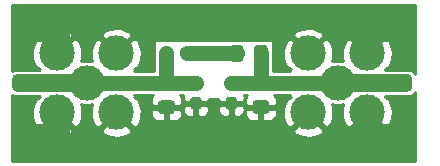
<source format=gbr>
%TF.GenerationSoftware,KiCad,Pcbnew,5.1.9*%
%TF.CreationDate,2021-04-06T14:52:37+03:00*%
%TF.ProjectId,ufilter-pcb,7566696c-7465-4722-9d70-63622e6b6963,r0*%
%TF.SameCoordinates,Original*%
%TF.FileFunction,Copper,L1,Top*%
%TF.FilePolarity,Positive*%
%FSLAX46Y46*%
G04 Gerber Fmt 4.6, Leading zero omitted, Abs format (unit mm)*
G04 Created by KiCad (PCBNEW 5.1.9) date 2021-04-06 14:52:37*
%MOMM*%
%LPD*%
G01*
G04 APERTURE LIST*
%TA.AperFunction,ComponentPad*%
%ADD10C,3.000000*%
%TD*%
%TA.AperFunction,ViaPad*%
%ADD11C,0.600000*%
%TD*%
%TA.AperFunction,Conductor*%
%ADD12C,1.270000*%
%TD*%
%TA.AperFunction,Conductor*%
%ADD13C,0.254000*%
%TD*%
%TA.AperFunction,Conductor*%
%ADD14C,0.100000*%
%TD*%
G04 APERTURE END LIST*
%TO.P,C1,1*%
%TO.N,Net-(C1-Pad1)*%
%TA.AperFunction,SMDPad,CuDef*%
G36*
G01*
X75762500Y-26462500D02*
X76237500Y-26462500D01*
G75*
G02*
X76475000Y-26700000I0J-237500D01*
G01*
X76475000Y-27300000D01*
G75*
G02*
X76237500Y-27537500I-237500J0D01*
G01*
X75762500Y-27537500D01*
G75*
G02*
X75525000Y-27300000I0J237500D01*
G01*
X75525000Y-26700000D01*
G75*
G02*
X75762500Y-26462500I237500J0D01*
G01*
G37*
%TD.AperFunction*%
%TO.P,C1,2*%
%TO.N,GND*%
%TA.AperFunction,SMDPad,CuDef*%
G36*
G01*
X75762500Y-28187500D02*
X76237500Y-28187500D01*
G75*
G02*
X76475000Y-28425000I0J-237500D01*
G01*
X76475000Y-29025000D01*
G75*
G02*
X76237500Y-29262500I-237500J0D01*
G01*
X75762500Y-29262500D01*
G75*
G02*
X75525000Y-29025000I0J237500D01*
G01*
X75525000Y-28425000D01*
G75*
G02*
X75762500Y-28187500I237500J0D01*
G01*
G37*
%TD.AperFunction*%
%TD*%
%TO.P,C2,2*%
%TO.N,Net-(C1-Pad1)*%
%TA.AperFunction,SMDPad,CuDef*%
G36*
G01*
X74037500Y-24262500D02*
X74037500Y-24737500D01*
G75*
G02*
X73800000Y-24975000I-237500J0D01*
G01*
X73200000Y-24975000D01*
G75*
G02*
X72962500Y-24737500I0J237500D01*
G01*
X72962500Y-24262500D01*
G75*
G02*
X73200000Y-24025000I237500J0D01*
G01*
X73800000Y-24025000D01*
G75*
G02*
X74037500Y-24262500I0J-237500D01*
G01*
G37*
%TD.AperFunction*%
%TO.P,C2,1*%
%TO.N,Net-(C2-Pad1)*%
%TA.AperFunction,SMDPad,CuDef*%
G36*
G01*
X75762500Y-24262500D02*
X75762500Y-24737500D01*
G75*
G02*
X75525000Y-24975000I-237500J0D01*
G01*
X74925000Y-24975000D01*
G75*
G02*
X74687500Y-24737500I0J237500D01*
G01*
X74687500Y-24262500D01*
G75*
G02*
X74925000Y-24025000I237500J0D01*
G01*
X75525000Y-24025000D01*
G75*
G02*
X75762500Y-24262500I0J-237500D01*
G01*
G37*
%TD.AperFunction*%
%TD*%
%TO.P,C3,2*%
%TO.N,GND*%
%TA.AperFunction,SMDPad,CuDef*%
G36*
G01*
X78762500Y-28187500D02*
X79237500Y-28187500D01*
G75*
G02*
X79475000Y-28425000I0J-237500D01*
G01*
X79475000Y-29025000D01*
G75*
G02*
X79237500Y-29262500I-237500J0D01*
G01*
X78762500Y-29262500D01*
G75*
G02*
X78525000Y-29025000I0J237500D01*
G01*
X78525000Y-28425000D01*
G75*
G02*
X78762500Y-28187500I237500J0D01*
G01*
G37*
%TD.AperFunction*%
%TO.P,C3,1*%
%TO.N,Net-(C3-Pad1)*%
%TA.AperFunction,SMDPad,CuDef*%
G36*
G01*
X78762500Y-26462500D02*
X79237500Y-26462500D01*
G75*
G02*
X79475000Y-26700000I0J-237500D01*
G01*
X79475000Y-27300000D01*
G75*
G02*
X79237500Y-27537500I-237500J0D01*
G01*
X78762500Y-27537500D01*
G75*
G02*
X78525000Y-27300000I0J237500D01*
G01*
X78525000Y-26700000D01*
G75*
G02*
X78762500Y-26462500I237500J0D01*
G01*
G37*
%TD.AperFunction*%
%TD*%
%TO.P,L1,1*%
%TO.N,GND*%
%TA.AperFunction,SMDPad,CuDef*%
G36*
G01*
X73950001Y-29625000D02*
X73049999Y-29625000D01*
G75*
G02*
X72800000Y-29375001I0J249999D01*
G01*
X72800000Y-28724999D01*
G75*
G02*
X73049999Y-28475000I249999J0D01*
G01*
X73950001Y-28475000D01*
G75*
G02*
X74200000Y-28724999I0J-249999D01*
G01*
X74200000Y-29375001D01*
G75*
G02*
X73950001Y-29625000I-249999J0D01*
G01*
G37*
%TD.AperFunction*%
%TO.P,L1,2*%
%TO.N,Net-(C1-Pad1)*%
%TA.AperFunction,SMDPad,CuDef*%
G36*
G01*
X73950001Y-27575000D02*
X73049999Y-27575000D01*
G75*
G02*
X72800000Y-27325001I0J249999D01*
G01*
X72800000Y-26674999D01*
G75*
G02*
X73049999Y-26425000I249999J0D01*
G01*
X73950001Y-26425000D01*
G75*
G02*
X74200000Y-26674999I0J-249999D01*
G01*
X74200000Y-27325001D01*
G75*
G02*
X73950001Y-27575000I-249999J0D01*
G01*
G37*
%TD.AperFunction*%
%TD*%
%TO.P,L2,2*%
%TO.N,Net-(C2-Pad1)*%
%TA.AperFunction,SMDPad,CuDef*%
G36*
G01*
X80025000Y-24049999D02*
X80025000Y-24950001D01*
G75*
G02*
X79775001Y-25200000I-249999J0D01*
G01*
X79124999Y-25200000D01*
G75*
G02*
X78875000Y-24950001I0J249999D01*
G01*
X78875000Y-24049999D01*
G75*
G02*
X79124999Y-23800000I249999J0D01*
G01*
X79775001Y-23800000D01*
G75*
G02*
X80025000Y-24049999I0J-249999D01*
G01*
G37*
%TD.AperFunction*%
%TO.P,L2,1*%
%TO.N,Net-(C3-Pad1)*%
%TA.AperFunction,SMDPad,CuDef*%
G36*
G01*
X82075000Y-24049999D02*
X82075000Y-24950001D01*
G75*
G02*
X81825001Y-25200000I-249999J0D01*
G01*
X81174999Y-25200000D01*
G75*
G02*
X80925000Y-24950001I0J249999D01*
G01*
X80925000Y-24049999D01*
G75*
G02*
X81174999Y-23800000I249999J0D01*
G01*
X81825001Y-23800000D01*
G75*
G02*
X82075000Y-24049999I0J-249999D01*
G01*
G37*
%TD.AperFunction*%
%TD*%
%TO.P,L3,2*%
%TO.N,Net-(C3-Pad1)*%
%TA.AperFunction,SMDPad,CuDef*%
G36*
G01*
X81950001Y-27575000D02*
X81049999Y-27575000D01*
G75*
G02*
X80800000Y-27325001I0J249999D01*
G01*
X80800000Y-26674999D01*
G75*
G02*
X81049999Y-26425000I249999J0D01*
G01*
X81950001Y-26425000D01*
G75*
G02*
X82200000Y-26674999I0J-249999D01*
G01*
X82200000Y-27325001D01*
G75*
G02*
X81950001Y-27575000I-249999J0D01*
G01*
G37*
%TD.AperFunction*%
%TO.P,L3,1*%
%TO.N,GND*%
%TA.AperFunction,SMDPad,CuDef*%
G36*
G01*
X81950001Y-29625000D02*
X81049999Y-29625000D01*
G75*
G02*
X80800000Y-29375001I0J249999D01*
G01*
X80800000Y-28724999D01*
G75*
G02*
X81049999Y-28475000I249999J0D01*
G01*
X81950001Y-28475000D01*
G75*
G02*
X82200000Y-28724999I0J-249999D01*
G01*
X82200000Y-29375001D01*
G75*
G02*
X81950001Y-29625000I-249999J0D01*
G01*
G37*
%TD.AperFunction*%
%TD*%
%TO.P,J1,1*%
%TO.N,Net-(C1-Pad1)*%
%TA.AperFunction,SMDPad,CuDef*%
G36*
G01*
X65675000Y-27750000D02*
X60825000Y-27750000D01*
G75*
G02*
X60450000Y-27375000I0J375000D01*
G01*
X60450000Y-26625000D01*
G75*
G02*
X60825000Y-26250000I375000J0D01*
G01*
X65675000Y-26250000D01*
G75*
G02*
X66050000Y-26625000I0J-375000D01*
G01*
X66050000Y-27375000D01*
G75*
G02*
X65675000Y-27750000I-375000J0D01*
G01*
G37*
%TD.AperFunction*%
%TO.P,J1,2*%
%TO.N,GND*%
%TA.AperFunction,SMDPad,CuDef*%
G36*
G01*
X64950000Y-23550000D02*
X60850000Y-23550000D01*
G75*
G02*
X60450000Y-23150000I0J400000D01*
G01*
X60450000Y-22350000D01*
G75*
G02*
X60850000Y-21950000I400000J0D01*
G01*
X64950000Y-21950000D01*
G75*
G02*
X65350000Y-22350000I0J-400000D01*
G01*
X65350000Y-23150000D01*
G75*
G02*
X64950000Y-23550000I-400000J0D01*
G01*
G37*
%TD.AperFunction*%
%TA.AperFunction,SMDPad,CuDef*%
G36*
G01*
X64950000Y-32050000D02*
X60850000Y-32050000D01*
G75*
G02*
X60450000Y-31650000I0J400000D01*
G01*
X60450000Y-30850000D01*
G75*
G02*
X60850000Y-30450000I400000J0D01*
G01*
X64950000Y-30450000D01*
G75*
G02*
X65350000Y-30850000I0J-400000D01*
G01*
X65350000Y-31650000D01*
G75*
G02*
X64950000Y-32050000I-400000J0D01*
G01*
G37*
%TD.AperFunction*%
D10*
X69250000Y-24500000D03*
X69250000Y-29500000D03*
X64250000Y-24500000D03*
X64250000Y-29500000D03*
%TO.P,J1,1*%
%TO.N,Net-(C1-Pad1)*%
X66750000Y-27000000D03*
%TD*%
%TO.P,J2,1*%
%TO.N,Net-(C3-Pad1)*%
X88000000Y-27000000D03*
%TO.P,J2,2*%
%TO.N,GND*%
X90500000Y-24500000D03*
X90500000Y-29500000D03*
X85500000Y-24500000D03*
X85500000Y-29500000D03*
%TA.AperFunction,SMDPad,CuDef*%
G36*
G01*
X89800000Y-21950000D02*
X93900000Y-21950000D01*
G75*
G02*
X94300000Y-22350000I0J-400000D01*
G01*
X94300000Y-23150000D01*
G75*
G02*
X93900000Y-23550000I-400000J0D01*
G01*
X89800000Y-23550000D01*
G75*
G02*
X89400000Y-23150000I0J400000D01*
G01*
X89400000Y-22350000D01*
G75*
G02*
X89800000Y-21950000I400000J0D01*
G01*
G37*
%TD.AperFunction*%
%TA.AperFunction,SMDPad,CuDef*%
G36*
G01*
X89800000Y-30450000D02*
X93900000Y-30450000D01*
G75*
G02*
X94300000Y-30850000I0J-400000D01*
G01*
X94300000Y-31650000D01*
G75*
G02*
X93900000Y-32050000I-400000J0D01*
G01*
X89800000Y-32050000D01*
G75*
G02*
X89400000Y-31650000I0J400000D01*
G01*
X89400000Y-30850000D01*
G75*
G02*
X89800000Y-30450000I400000J0D01*
G01*
G37*
%TD.AperFunction*%
%TO.P,J2,1*%
%TO.N,Net-(C3-Pad1)*%
%TA.AperFunction,SMDPad,CuDef*%
G36*
G01*
X89075000Y-26250000D02*
X93925000Y-26250000D01*
G75*
G02*
X94300000Y-26625000I0J-375000D01*
G01*
X94300000Y-27375000D01*
G75*
G02*
X93925000Y-27750000I-375000J0D01*
G01*
X89075000Y-27750000D01*
G75*
G02*
X88700000Y-27375000I0J375000D01*
G01*
X88700000Y-26625000D01*
G75*
G02*
X89075000Y-26250000I375000J0D01*
G01*
G37*
%TD.AperFunction*%
%TD*%
D11*
%TO.N,GND*%
X75000000Y-22750000D03*
X77000000Y-22750000D03*
X79000000Y-22750000D03*
X81000000Y-22750000D03*
X82750000Y-22750000D03*
X73000000Y-22750000D03*
X72250000Y-30750000D03*
X74250000Y-30750000D03*
X76250000Y-30750000D03*
X80750000Y-30750000D03*
X82750000Y-30750000D03*
X77500000Y-29750000D03*
X78750000Y-30750000D03*
%TD*%
D12*
%TO.N,Net-(C1-Pad1)*%
X73500000Y-27000000D02*
X76000000Y-27000000D01*
X73500000Y-27000000D02*
X73500000Y-24500000D01*
X66750000Y-27000000D02*
X73500000Y-27000000D01*
X63250000Y-27000000D02*
X66750000Y-27000000D01*
%TO.N,Net-(C2-Pad1)*%
X75225000Y-24500000D02*
X79450000Y-24500000D01*
%TO.N,Net-(C3-Pad1)*%
X79000000Y-27000000D02*
X81500000Y-27000000D01*
X81500000Y-24500000D02*
X81500000Y-27000000D01*
X81500000Y-27000000D02*
X88000000Y-27000000D01*
X88000000Y-27000000D02*
X91500000Y-27000000D01*
%TD*%
D13*
%TO.N,GND*%
X94573001Y-33573000D02*
X60427000Y-33573000D01*
X60427000Y-30991653D01*
X62937952Y-30991653D01*
X63093962Y-31307214D01*
X63468745Y-31498020D01*
X63873551Y-31612044D01*
X64292824Y-31644902D01*
X64710451Y-31595334D01*
X65110383Y-31465243D01*
X65406038Y-31307214D01*
X65562048Y-30991653D01*
X67937952Y-30991653D01*
X68093962Y-31307214D01*
X68468745Y-31498020D01*
X68873551Y-31612044D01*
X69292824Y-31644902D01*
X69710451Y-31595334D01*
X70110383Y-31465243D01*
X70406038Y-31307214D01*
X70562048Y-30991653D01*
X84187952Y-30991653D01*
X84343962Y-31307214D01*
X84718745Y-31498020D01*
X85123551Y-31612044D01*
X85542824Y-31644902D01*
X85960451Y-31595334D01*
X86360383Y-31465243D01*
X86656038Y-31307214D01*
X86812048Y-30991653D01*
X89187952Y-30991653D01*
X89343962Y-31307214D01*
X89718745Y-31498020D01*
X90123551Y-31612044D01*
X90542824Y-31644902D01*
X90960451Y-31595334D01*
X91360383Y-31465243D01*
X91656038Y-31307214D01*
X91812048Y-30991653D01*
X90500000Y-29679605D01*
X89187952Y-30991653D01*
X86812048Y-30991653D01*
X85500000Y-29679605D01*
X84187952Y-30991653D01*
X70562048Y-30991653D01*
X69250000Y-29679605D01*
X67937952Y-30991653D01*
X65562048Y-30991653D01*
X64250000Y-29679605D01*
X62937952Y-30991653D01*
X60427000Y-30991653D01*
X60427000Y-28012901D01*
X60536524Y-28071443D01*
X60677936Y-28114339D01*
X60825000Y-28128824D01*
X62699216Y-28128824D01*
X62758345Y-28187953D01*
X62442786Y-28343962D01*
X62251980Y-28718745D01*
X62137956Y-29123551D01*
X62105098Y-29542824D01*
X62154666Y-29960451D01*
X62284757Y-30360383D01*
X62442786Y-30656038D01*
X62758347Y-30812048D01*
X64070395Y-29500000D01*
X64056253Y-29485858D01*
X64235858Y-29306253D01*
X64250000Y-29320395D01*
X64264143Y-29306253D01*
X64443748Y-29485858D01*
X64429605Y-29500000D01*
X65741653Y-30812048D01*
X66057214Y-30656038D01*
X66248020Y-30281255D01*
X66362044Y-29876449D01*
X66394902Y-29457176D01*
X66345334Y-29039549D01*
X66273597Y-28819010D01*
X66565132Y-28877000D01*
X66934868Y-28877000D01*
X67223580Y-28819572D01*
X67137956Y-29123551D01*
X67105098Y-29542824D01*
X67154666Y-29960451D01*
X67284757Y-30360383D01*
X67442786Y-30656038D01*
X67758347Y-30812048D01*
X69070395Y-29500000D01*
X69056253Y-29485858D01*
X69235858Y-29306253D01*
X69250000Y-29320395D01*
X69264143Y-29306253D01*
X69443748Y-29485858D01*
X69429605Y-29500000D01*
X70741653Y-30812048D01*
X71057214Y-30656038D01*
X71248020Y-30281255D01*
X71362044Y-29876449D01*
X71381749Y-29625000D01*
X72161928Y-29625000D01*
X72174188Y-29749482D01*
X72210498Y-29869180D01*
X72269463Y-29979494D01*
X72348815Y-30076185D01*
X72445506Y-30155537D01*
X72555820Y-30214502D01*
X72675518Y-30250812D01*
X72800000Y-30263072D01*
X73214250Y-30260000D01*
X73373000Y-30101250D01*
X73373000Y-29177000D01*
X73627000Y-29177000D01*
X73627000Y-30101250D01*
X73785750Y-30260000D01*
X74200000Y-30263072D01*
X74324482Y-30250812D01*
X74444180Y-30214502D01*
X74554494Y-30155537D01*
X74651185Y-30076185D01*
X74730537Y-29979494D01*
X74789502Y-29869180D01*
X74825812Y-29749482D01*
X74838072Y-29625000D01*
X74835000Y-29335750D01*
X74761750Y-29262500D01*
X74886928Y-29262500D01*
X74899188Y-29386982D01*
X74935498Y-29506680D01*
X74994463Y-29616994D01*
X75073815Y-29713685D01*
X75170506Y-29793037D01*
X75280820Y-29852002D01*
X75400518Y-29888312D01*
X75525000Y-29900572D01*
X75714250Y-29897500D01*
X75873000Y-29738750D01*
X75873000Y-28852000D01*
X76127000Y-28852000D01*
X76127000Y-29738750D01*
X76285750Y-29897500D01*
X76475000Y-29900572D01*
X76599482Y-29888312D01*
X76719180Y-29852002D01*
X76829494Y-29793037D01*
X76926185Y-29713685D01*
X77005537Y-29616994D01*
X77064502Y-29506680D01*
X77100812Y-29386982D01*
X77113072Y-29262500D01*
X77886928Y-29262500D01*
X77899188Y-29386982D01*
X77935498Y-29506680D01*
X77994463Y-29616994D01*
X78073815Y-29713685D01*
X78170506Y-29793037D01*
X78280820Y-29852002D01*
X78400518Y-29888312D01*
X78525000Y-29900572D01*
X78714250Y-29897500D01*
X78873000Y-29738750D01*
X78873000Y-28852000D01*
X79127000Y-28852000D01*
X79127000Y-29738750D01*
X79285750Y-29897500D01*
X79475000Y-29900572D01*
X79599482Y-29888312D01*
X79719180Y-29852002D01*
X79829494Y-29793037D01*
X79926185Y-29713685D01*
X79998966Y-29625000D01*
X80161928Y-29625000D01*
X80174188Y-29749482D01*
X80210498Y-29869180D01*
X80269463Y-29979494D01*
X80348815Y-30076185D01*
X80445506Y-30155537D01*
X80555820Y-30214502D01*
X80675518Y-30250812D01*
X80800000Y-30263072D01*
X81214250Y-30260000D01*
X81373000Y-30101250D01*
X81373000Y-29177000D01*
X81627000Y-29177000D01*
X81627000Y-30101250D01*
X81785750Y-30260000D01*
X82200000Y-30263072D01*
X82324482Y-30250812D01*
X82444180Y-30214502D01*
X82554494Y-30155537D01*
X82651185Y-30076185D01*
X82730537Y-29979494D01*
X82789502Y-29869180D01*
X82825812Y-29749482D01*
X82838072Y-29625000D01*
X82835000Y-29335750D01*
X82676250Y-29177000D01*
X81627000Y-29177000D01*
X81373000Y-29177000D01*
X80323750Y-29177000D01*
X80165000Y-29335750D01*
X80161928Y-29625000D01*
X79998966Y-29625000D01*
X80005537Y-29616994D01*
X80064502Y-29506680D01*
X80100812Y-29386982D01*
X80113072Y-29262500D01*
X80110000Y-29010750D01*
X79951250Y-28852000D01*
X79127000Y-28852000D01*
X78873000Y-28852000D01*
X78048750Y-28852000D01*
X77890000Y-29010750D01*
X77886928Y-29262500D01*
X77113072Y-29262500D01*
X77110000Y-29010750D01*
X76951250Y-28852000D01*
X76127000Y-28852000D01*
X75873000Y-28852000D01*
X75048750Y-28852000D01*
X74890000Y-29010750D01*
X74886928Y-29262500D01*
X74761750Y-29262500D01*
X74676250Y-29177000D01*
X73627000Y-29177000D01*
X73373000Y-29177000D01*
X72323750Y-29177000D01*
X72165000Y-29335750D01*
X72161928Y-29625000D01*
X71381749Y-29625000D01*
X71394902Y-29457176D01*
X71345334Y-29039549D01*
X71215243Y-28639617D01*
X71057214Y-28343962D01*
X70741655Y-28187953D01*
X70856347Y-28073261D01*
X70795086Y-28012000D01*
X72363212Y-28012000D01*
X72348815Y-28023815D01*
X72269463Y-28120506D01*
X72210498Y-28230820D01*
X72174188Y-28350518D01*
X72161928Y-28475000D01*
X72165000Y-28764250D01*
X72323750Y-28923000D01*
X73373000Y-28923000D01*
X73373000Y-28903000D01*
X73627000Y-28903000D01*
X73627000Y-28923000D01*
X74676250Y-28923000D01*
X74835000Y-28764250D01*
X74838072Y-28475000D01*
X74825812Y-28350518D01*
X74789502Y-28230820D01*
X74730537Y-28120506D01*
X74651185Y-28023815D01*
X74636788Y-28012000D01*
X74914664Y-28012000D01*
X74899188Y-28063018D01*
X74886928Y-28187500D01*
X74890000Y-28439250D01*
X75048750Y-28598000D01*
X75873000Y-28598000D01*
X75873000Y-28578000D01*
X76127000Y-28578000D01*
X76127000Y-28598000D01*
X76951250Y-28598000D01*
X77110000Y-28439250D01*
X77110760Y-28377000D01*
X77889240Y-28377000D01*
X77890000Y-28439250D01*
X78048750Y-28598000D01*
X78873000Y-28598000D01*
X78873000Y-28578000D01*
X79127000Y-28578000D01*
X79127000Y-28598000D01*
X79951250Y-28598000D01*
X80110000Y-28439250D01*
X80113072Y-28187500D01*
X80100812Y-28063018D01*
X80085336Y-28012000D01*
X80363212Y-28012000D01*
X80348815Y-28023815D01*
X80269463Y-28120506D01*
X80210498Y-28230820D01*
X80174188Y-28350518D01*
X80161928Y-28475000D01*
X80165000Y-28764250D01*
X80323750Y-28923000D01*
X81373000Y-28923000D01*
X81373000Y-28903000D01*
X81627000Y-28903000D01*
X81627000Y-28923000D01*
X82676250Y-28923000D01*
X82835000Y-28764250D01*
X82838072Y-28475000D01*
X82825812Y-28350518D01*
X82789502Y-28230820D01*
X82730537Y-28120506D01*
X82651185Y-28023815D01*
X82636788Y-28012000D01*
X83954914Y-28012000D01*
X83893653Y-28073261D01*
X84008345Y-28187953D01*
X83692786Y-28343962D01*
X83501980Y-28718745D01*
X83387956Y-29123551D01*
X83355098Y-29542824D01*
X83404666Y-29960451D01*
X83534757Y-30360383D01*
X83692786Y-30656038D01*
X84008347Y-30812048D01*
X85320395Y-29500000D01*
X85306253Y-29485858D01*
X85485858Y-29306253D01*
X85500000Y-29320395D01*
X85514143Y-29306253D01*
X85693748Y-29485858D01*
X85679605Y-29500000D01*
X86991653Y-30812048D01*
X87307214Y-30656038D01*
X87498020Y-30281255D01*
X87612044Y-29876449D01*
X87644902Y-29457176D01*
X87595334Y-29039549D01*
X87523597Y-28819010D01*
X87815132Y-28877000D01*
X88184868Y-28877000D01*
X88473580Y-28819572D01*
X88387956Y-29123551D01*
X88355098Y-29542824D01*
X88404666Y-29960451D01*
X88534757Y-30360383D01*
X88692786Y-30656038D01*
X89008347Y-30812048D01*
X90320395Y-29500000D01*
X90306253Y-29485858D01*
X90485858Y-29306253D01*
X90500000Y-29320395D01*
X90514143Y-29306253D01*
X90693748Y-29485858D01*
X90679605Y-29500000D01*
X91991653Y-30812048D01*
X92307214Y-30656038D01*
X92498020Y-30281255D01*
X92612044Y-29876449D01*
X92644902Y-29457176D01*
X92595334Y-29039549D01*
X92465243Y-28639617D01*
X92307214Y-28343962D01*
X91991655Y-28187953D01*
X92050784Y-28128824D01*
X93925000Y-28128824D01*
X94072064Y-28114339D01*
X94213476Y-28071443D01*
X94343802Y-28001782D01*
X94458034Y-27908034D01*
X94551782Y-27793802D01*
X94573001Y-27754105D01*
X94573001Y-33573000D01*
%TA.AperFunction,Conductor*%
D14*
G36*
X94573001Y-33573000D02*
G01*
X60427000Y-33573000D01*
X60427000Y-30991653D01*
X62937952Y-30991653D01*
X63093962Y-31307214D01*
X63468745Y-31498020D01*
X63873551Y-31612044D01*
X64292824Y-31644902D01*
X64710451Y-31595334D01*
X65110383Y-31465243D01*
X65406038Y-31307214D01*
X65562048Y-30991653D01*
X67937952Y-30991653D01*
X68093962Y-31307214D01*
X68468745Y-31498020D01*
X68873551Y-31612044D01*
X69292824Y-31644902D01*
X69710451Y-31595334D01*
X70110383Y-31465243D01*
X70406038Y-31307214D01*
X70562048Y-30991653D01*
X84187952Y-30991653D01*
X84343962Y-31307214D01*
X84718745Y-31498020D01*
X85123551Y-31612044D01*
X85542824Y-31644902D01*
X85960451Y-31595334D01*
X86360383Y-31465243D01*
X86656038Y-31307214D01*
X86812048Y-30991653D01*
X89187952Y-30991653D01*
X89343962Y-31307214D01*
X89718745Y-31498020D01*
X90123551Y-31612044D01*
X90542824Y-31644902D01*
X90960451Y-31595334D01*
X91360383Y-31465243D01*
X91656038Y-31307214D01*
X91812048Y-30991653D01*
X90500000Y-29679605D01*
X89187952Y-30991653D01*
X86812048Y-30991653D01*
X85500000Y-29679605D01*
X84187952Y-30991653D01*
X70562048Y-30991653D01*
X69250000Y-29679605D01*
X67937952Y-30991653D01*
X65562048Y-30991653D01*
X64250000Y-29679605D01*
X62937952Y-30991653D01*
X60427000Y-30991653D01*
X60427000Y-28012901D01*
X60536524Y-28071443D01*
X60677936Y-28114339D01*
X60825000Y-28128824D01*
X62699216Y-28128824D01*
X62758345Y-28187953D01*
X62442786Y-28343962D01*
X62251980Y-28718745D01*
X62137956Y-29123551D01*
X62105098Y-29542824D01*
X62154666Y-29960451D01*
X62284757Y-30360383D01*
X62442786Y-30656038D01*
X62758347Y-30812048D01*
X64070395Y-29500000D01*
X64056253Y-29485858D01*
X64235858Y-29306253D01*
X64250000Y-29320395D01*
X64264143Y-29306253D01*
X64443748Y-29485858D01*
X64429605Y-29500000D01*
X65741653Y-30812048D01*
X66057214Y-30656038D01*
X66248020Y-30281255D01*
X66362044Y-29876449D01*
X66394902Y-29457176D01*
X66345334Y-29039549D01*
X66273597Y-28819010D01*
X66565132Y-28877000D01*
X66934868Y-28877000D01*
X67223580Y-28819572D01*
X67137956Y-29123551D01*
X67105098Y-29542824D01*
X67154666Y-29960451D01*
X67284757Y-30360383D01*
X67442786Y-30656038D01*
X67758347Y-30812048D01*
X69070395Y-29500000D01*
X69056253Y-29485858D01*
X69235858Y-29306253D01*
X69250000Y-29320395D01*
X69264143Y-29306253D01*
X69443748Y-29485858D01*
X69429605Y-29500000D01*
X70741653Y-30812048D01*
X71057214Y-30656038D01*
X71248020Y-30281255D01*
X71362044Y-29876449D01*
X71381749Y-29625000D01*
X72161928Y-29625000D01*
X72174188Y-29749482D01*
X72210498Y-29869180D01*
X72269463Y-29979494D01*
X72348815Y-30076185D01*
X72445506Y-30155537D01*
X72555820Y-30214502D01*
X72675518Y-30250812D01*
X72800000Y-30263072D01*
X73214250Y-30260000D01*
X73373000Y-30101250D01*
X73373000Y-29177000D01*
X73627000Y-29177000D01*
X73627000Y-30101250D01*
X73785750Y-30260000D01*
X74200000Y-30263072D01*
X74324482Y-30250812D01*
X74444180Y-30214502D01*
X74554494Y-30155537D01*
X74651185Y-30076185D01*
X74730537Y-29979494D01*
X74789502Y-29869180D01*
X74825812Y-29749482D01*
X74838072Y-29625000D01*
X74835000Y-29335750D01*
X74761750Y-29262500D01*
X74886928Y-29262500D01*
X74899188Y-29386982D01*
X74935498Y-29506680D01*
X74994463Y-29616994D01*
X75073815Y-29713685D01*
X75170506Y-29793037D01*
X75280820Y-29852002D01*
X75400518Y-29888312D01*
X75525000Y-29900572D01*
X75714250Y-29897500D01*
X75873000Y-29738750D01*
X75873000Y-28852000D01*
X76127000Y-28852000D01*
X76127000Y-29738750D01*
X76285750Y-29897500D01*
X76475000Y-29900572D01*
X76599482Y-29888312D01*
X76719180Y-29852002D01*
X76829494Y-29793037D01*
X76926185Y-29713685D01*
X77005537Y-29616994D01*
X77064502Y-29506680D01*
X77100812Y-29386982D01*
X77113072Y-29262500D01*
X77886928Y-29262500D01*
X77899188Y-29386982D01*
X77935498Y-29506680D01*
X77994463Y-29616994D01*
X78073815Y-29713685D01*
X78170506Y-29793037D01*
X78280820Y-29852002D01*
X78400518Y-29888312D01*
X78525000Y-29900572D01*
X78714250Y-29897500D01*
X78873000Y-29738750D01*
X78873000Y-28852000D01*
X79127000Y-28852000D01*
X79127000Y-29738750D01*
X79285750Y-29897500D01*
X79475000Y-29900572D01*
X79599482Y-29888312D01*
X79719180Y-29852002D01*
X79829494Y-29793037D01*
X79926185Y-29713685D01*
X79998966Y-29625000D01*
X80161928Y-29625000D01*
X80174188Y-29749482D01*
X80210498Y-29869180D01*
X80269463Y-29979494D01*
X80348815Y-30076185D01*
X80445506Y-30155537D01*
X80555820Y-30214502D01*
X80675518Y-30250812D01*
X80800000Y-30263072D01*
X81214250Y-30260000D01*
X81373000Y-30101250D01*
X81373000Y-29177000D01*
X81627000Y-29177000D01*
X81627000Y-30101250D01*
X81785750Y-30260000D01*
X82200000Y-30263072D01*
X82324482Y-30250812D01*
X82444180Y-30214502D01*
X82554494Y-30155537D01*
X82651185Y-30076185D01*
X82730537Y-29979494D01*
X82789502Y-29869180D01*
X82825812Y-29749482D01*
X82838072Y-29625000D01*
X82835000Y-29335750D01*
X82676250Y-29177000D01*
X81627000Y-29177000D01*
X81373000Y-29177000D01*
X80323750Y-29177000D01*
X80165000Y-29335750D01*
X80161928Y-29625000D01*
X79998966Y-29625000D01*
X80005537Y-29616994D01*
X80064502Y-29506680D01*
X80100812Y-29386982D01*
X80113072Y-29262500D01*
X80110000Y-29010750D01*
X79951250Y-28852000D01*
X79127000Y-28852000D01*
X78873000Y-28852000D01*
X78048750Y-28852000D01*
X77890000Y-29010750D01*
X77886928Y-29262500D01*
X77113072Y-29262500D01*
X77110000Y-29010750D01*
X76951250Y-28852000D01*
X76127000Y-28852000D01*
X75873000Y-28852000D01*
X75048750Y-28852000D01*
X74890000Y-29010750D01*
X74886928Y-29262500D01*
X74761750Y-29262500D01*
X74676250Y-29177000D01*
X73627000Y-29177000D01*
X73373000Y-29177000D01*
X72323750Y-29177000D01*
X72165000Y-29335750D01*
X72161928Y-29625000D01*
X71381749Y-29625000D01*
X71394902Y-29457176D01*
X71345334Y-29039549D01*
X71215243Y-28639617D01*
X71057214Y-28343962D01*
X70741655Y-28187953D01*
X70856347Y-28073261D01*
X70795086Y-28012000D01*
X72363212Y-28012000D01*
X72348815Y-28023815D01*
X72269463Y-28120506D01*
X72210498Y-28230820D01*
X72174188Y-28350518D01*
X72161928Y-28475000D01*
X72165000Y-28764250D01*
X72323750Y-28923000D01*
X73373000Y-28923000D01*
X73373000Y-28903000D01*
X73627000Y-28903000D01*
X73627000Y-28923000D01*
X74676250Y-28923000D01*
X74835000Y-28764250D01*
X74838072Y-28475000D01*
X74825812Y-28350518D01*
X74789502Y-28230820D01*
X74730537Y-28120506D01*
X74651185Y-28023815D01*
X74636788Y-28012000D01*
X74914664Y-28012000D01*
X74899188Y-28063018D01*
X74886928Y-28187500D01*
X74890000Y-28439250D01*
X75048750Y-28598000D01*
X75873000Y-28598000D01*
X75873000Y-28578000D01*
X76127000Y-28578000D01*
X76127000Y-28598000D01*
X76951250Y-28598000D01*
X77110000Y-28439250D01*
X77110760Y-28377000D01*
X77889240Y-28377000D01*
X77890000Y-28439250D01*
X78048750Y-28598000D01*
X78873000Y-28598000D01*
X78873000Y-28578000D01*
X79127000Y-28578000D01*
X79127000Y-28598000D01*
X79951250Y-28598000D01*
X80110000Y-28439250D01*
X80113072Y-28187500D01*
X80100812Y-28063018D01*
X80085336Y-28012000D01*
X80363212Y-28012000D01*
X80348815Y-28023815D01*
X80269463Y-28120506D01*
X80210498Y-28230820D01*
X80174188Y-28350518D01*
X80161928Y-28475000D01*
X80165000Y-28764250D01*
X80323750Y-28923000D01*
X81373000Y-28923000D01*
X81373000Y-28903000D01*
X81627000Y-28903000D01*
X81627000Y-28923000D01*
X82676250Y-28923000D01*
X82835000Y-28764250D01*
X82838072Y-28475000D01*
X82825812Y-28350518D01*
X82789502Y-28230820D01*
X82730537Y-28120506D01*
X82651185Y-28023815D01*
X82636788Y-28012000D01*
X83954914Y-28012000D01*
X83893653Y-28073261D01*
X84008345Y-28187953D01*
X83692786Y-28343962D01*
X83501980Y-28718745D01*
X83387956Y-29123551D01*
X83355098Y-29542824D01*
X83404666Y-29960451D01*
X83534757Y-30360383D01*
X83692786Y-30656038D01*
X84008347Y-30812048D01*
X85320395Y-29500000D01*
X85306253Y-29485858D01*
X85485858Y-29306253D01*
X85500000Y-29320395D01*
X85514143Y-29306253D01*
X85693748Y-29485858D01*
X85679605Y-29500000D01*
X86991653Y-30812048D01*
X87307214Y-30656038D01*
X87498020Y-30281255D01*
X87612044Y-29876449D01*
X87644902Y-29457176D01*
X87595334Y-29039549D01*
X87523597Y-28819010D01*
X87815132Y-28877000D01*
X88184868Y-28877000D01*
X88473580Y-28819572D01*
X88387956Y-29123551D01*
X88355098Y-29542824D01*
X88404666Y-29960451D01*
X88534757Y-30360383D01*
X88692786Y-30656038D01*
X89008347Y-30812048D01*
X90320395Y-29500000D01*
X90306253Y-29485858D01*
X90485858Y-29306253D01*
X90500000Y-29320395D01*
X90514143Y-29306253D01*
X90693748Y-29485858D01*
X90679605Y-29500000D01*
X91991653Y-30812048D01*
X92307214Y-30656038D01*
X92498020Y-30281255D01*
X92612044Y-29876449D01*
X92644902Y-29457176D01*
X92595334Y-29039549D01*
X92465243Y-28639617D01*
X92307214Y-28343962D01*
X91991655Y-28187953D01*
X92050784Y-28128824D01*
X93925000Y-28128824D01*
X94072064Y-28114339D01*
X94213476Y-28071443D01*
X94343802Y-28001782D01*
X94458034Y-27908034D01*
X94551782Y-27793802D01*
X94573001Y-27754105D01*
X94573001Y-33573000D01*
G37*
%TD.AperFunction*%
D13*
X94573000Y-26245895D02*
X94551782Y-26206198D01*
X94458034Y-26091966D01*
X94343802Y-25998218D01*
X94213476Y-25928557D01*
X94072064Y-25885661D01*
X93925000Y-25871176D01*
X92050784Y-25871176D01*
X91991655Y-25812047D01*
X92307214Y-25656038D01*
X92498020Y-25281255D01*
X92612044Y-24876449D01*
X92644902Y-24457176D01*
X92595334Y-24039549D01*
X92465243Y-23639617D01*
X92307214Y-23343962D01*
X91991653Y-23187952D01*
X90679605Y-24500000D01*
X90693748Y-24514143D01*
X90514143Y-24693748D01*
X90500000Y-24679605D01*
X90485858Y-24693748D01*
X90306253Y-24514143D01*
X90320395Y-24500000D01*
X89008347Y-23187952D01*
X88692786Y-23343962D01*
X88501980Y-23718745D01*
X88387956Y-24123551D01*
X88355098Y-24542824D01*
X88404666Y-24960451D01*
X88476403Y-25180990D01*
X88184868Y-25123000D01*
X87815132Y-25123000D01*
X87526420Y-25180428D01*
X87612044Y-24876449D01*
X87644902Y-24457176D01*
X87595334Y-24039549D01*
X87465243Y-23639617D01*
X87307214Y-23343962D01*
X86991653Y-23187952D01*
X85679605Y-24500000D01*
X85693748Y-24514143D01*
X85514143Y-24693748D01*
X85500000Y-24679605D01*
X85485858Y-24693748D01*
X85306253Y-24514143D01*
X85320395Y-24500000D01*
X84008347Y-23187952D01*
X83692786Y-23343962D01*
X83501980Y-23718745D01*
X83387956Y-24123551D01*
X83355098Y-24542824D01*
X83404666Y-24960451D01*
X83534757Y-25360383D01*
X83692786Y-25656038D01*
X84008345Y-25812047D01*
X83893653Y-25926739D01*
X83954914Y-25988000D01*
X82527000Y-25988000D01*
X82527000Y-23500000D01*
X82524560Y-23475224D01*
X82517333Y-23451399D01*
X82505597Y-23429443D01*
X82489803Y-23410197D01*
X82470557Y-23394403D01*
X82448601Y-23382667D01*
X82424776Y-23375440D01*
X82400000Y-23373000D01*
X72600000Y-23373000D01*
X72575224Y-23375440D01*
X72551399Y-23382667D01*
X72529443Y-23394403D01*
X72510197Y-23410197D01*
X72494403Y-23429443D01*
X72482667Y-23451399D01*
X72475440Y-23475224D01*
X72473000Y-23500000D01*
X72473000Y-25988000D01*
X70795086Y-25988000D01*
X70856347Y-25926739D01*
X70741655Y-25812047D01*
X71057214Y-25656038D01*
X71248020Y-25281255D01*
X71362044Y-24876449D01*
X71394902Y-24457176D01*
X71345334Y-24039549D01*
X71215243Y-23639617D01*
X71057214Y-23343962D01*
X70741653Y-23187952D01*
X69429605Y-24500000D01*
X69443748Y-24514143D01*
X69264143Y-24693748D01*
X69250000Y-24679605D01*
X69235858Y-24693748D01*
X69056253Y-24514143D01*
X69070395Y-24500000D01*
X67758347Y-23187952D01*
X67442786Y-23343962D01*
X67251980Y-23718745D01*
X67137956Y-24123551D01*
X67105098Y-24542824D01*
X67154666Y-24960451D01*
X67226403Y-25180990D01*
X66934868Y-25123000D01*
X66565132Y-25123000D01*
X66276420Y-25180428D01*
X66362044Y-24876449D01*
X66394902Y-24457176D01*
X66345334Y-24039549D01*
X66215243Y-23639617D01*
X66057214Y-23343962D01*
X65741653Y-23187952D01*
X64429605Y-24500000D01*
X64443748Y-24514143D01*
X64264143Y-24693748D01*
X64250000Y-24679605D01*
X64235858Y-24693748D01*
X64056253Y-24514143D01*
X64070395Y-24500000D01*
X62758347Y-23187952D01*
X62442786Y-23343962D01*
X62251980Y-23718745D01*
X62137956Y-24123551D01*
X62105098Y-24542824D01*
X62154666Y-24960451D01*
X62284757Y-25360383D01*
X62442786Y-25656038D01*
X62758345Y-25812047D01*
X62699216Y-25871176D01*
X60825000Y-25871176D01*
X60677936Y-25885661D01*
X60536524Y-25928557D01*
X60427000Y-25987099D01*
X60427000Y-23008347D01*
X62937952Y-23008347D01*
X64250000Y-24320395D01*
X65562048Y-23008347D01*
X67937952Y-23008347D01*
X69250000Y-24320395D01*
X70562048Y-23008347D01*
X84187952Y-23008347D01*
X85500000Y-24320395D01*
X86812048Y-23008347D01*
X89187952Y-23008347D01*
X90500000Y-24320395D01*
X91812048Y-23008347D01*
X91656038Y-22692786D01*
X91281255Y-22501980D01*
X90876449Y-22387956D01*
X90457176Y-22355098D01*
X90039549Y-22404666D01*
X89639617Y-22534757D01*
X89343962Y-22692786D01*
X89187952Y-23008347D01*
X86812048Y-23008347D01*
X86656038Y-22692786D01*
X86281255Y-22501980D01*
X85876449Y-22387956D01*
X85457176Y-22355098D01*
X85039549Y-22404666D01*
X84639617Y-22534757D01*
X84343962Y-22692786D01*
X84187952Y-23008347D01*
X70562048Y-23008347D01*
X70406038Y-22692786D01*
X70031255Y-22501980D01*
X69626449Y-22387956D01*
X69207176Y-22355098D01*
X68789549Y-22404666D01*
X68389617Y-22534757D01*
X68093962Y-22692786D01*
X67937952Y-23008347D01*
X65562048Y-23008347D01*
X65406038Y-22692786D01*
X65031255Y-22501980D01*
X64626449Y-22387956D01*
X64207176Y-22355098D01*
X63789549Y-22404666D01*
X63389617Y-22534757D01*
X63093962Y-22692786D01*
X62937952Y-23008347D01*
X60427000Y-23008347D01*
X60427000Y-20427000D01*
X94573000Y-20427000D01*
X94573000Y-26245895D01*
%TA.AperFunction,Conductor*%
D14*
G36*
X94573000Y-26245895D02*
G01*
X94551782Y-26206198D01*
X94458034Y-26091966D01*
X94343802Y-25998218D01*
X94213476Y-25928557D01*
X94072064Y-25885661D01*
X93925000Y-25871176D01*
X92050784Y-25871176D01*
X91991655Y-25812047D01*
X92307214Y-25656038D01*
X92498020Y-25281255D01*
X92612044Y-24876449D01*
X92644902Y-24457176D01*
X92595334Y-24039549D01*
X92465243Y-23639617D01*
X92307214Y-23343962D01*
X91991653Y-23187952D01*
X90679605Y-24500000D01*
X90693748Y-24514143D01*
X90514143Y-24693748D01*
X90500000Y-24679605D01*
X90485858Y-24693748D01*
X90306253Y-24514143D01*
X90320395Y-24500000D01*
X89008347Y-23187952D01*
X88692786Y-23343962D01*
X88501980Y-23718745D01*
X88387956Y-24123551D01*
X88355098Y-24542824D01*
X88404666Y-24960451D01*
X88476403Y-25180990D01*
X88184868Y-25123000D01*
X87815132Y-25123000D01*
X87526420Y-25180428D01*
X87612044Y-24876449D01*
X87644902Y-24457176D01*
X87595334Y-24039549D01*
X87465243Y-23639617D01*
X87307214Y-23343962D01*
X86991653Y-23187952D01*
X85679605Y-24500000D01*
X85693748Y-24514143D01*
X85514143Y-24693748D01*
X85500000Y-24679605D01*
X85485858Y-24693748D01*
X85306253Y-24514143D01*
X85320395Y-24500000D01*
X84008347Y-23187952D01*
X83692786Y-23343962D01*
X83501980Y-23718745D01*
X83387956Y-24123551D01*
X83355098Y-24542824D01*
X83404666Y-24960451D01*
X83534757Y-25360383D01*
X83692786Y-25656038D01*
X84008345Y-25812047D01*
X83893653Y-25926739D01*
X83954914Y-25988000D01*
X82527000Y-25988000D01*
X82527000Y-23500000D01*
X82524560Y-23475224D01*
X82517333Y-23451399D01*
X82505597Y-23429443D01*
X82489803Y-23410197D01*
X82470557Y-23394403D01*
X82448601Y-23382667D01*
X82424776Y-23375440D01*
X82400000Y-23373000D01*
X72600000Y-23373000D01*
X72575224Y-23375440D01*
X72551399Y-23382667D01*
X72529443Y-23394403D01*
X72510197Y-23410197D01*
X72494403Y-23429443D01*
X72482667Y-23451399D01*
X72475440Y-23475224D01*
X72473000Y-23500000D01*
X72473000Y-25988000D01*
X70795086Y-25988000D01*
X70856347Y-25926739D01*
X70741655Y-25812047D01*
X71057214Y-25656038D01*
X71248020Y-25281255D01*
X71362044Y-24876449D01*
X71394902Y-24457176D01*
X71345334Y-24039549D01*
X71215243Y-23639617D01*
X71057214Y-23343962D01*
X70741653Y-23187952D01*
X69429605Y-24500000D01*
X69443748Y-24514143D01*
X69264143Y-24693748D01*
X69250000Y-24679605D01*
X69235858Y-24693748D01*
X69056253Y-24514143D01*
X69070395Y-24500000D01*
X67758347Y-23187952D01*
X67442786Y-23343962D01*
X67251980Y-23718745D01*
X67137956Y-24123551D01*
X67105098Y-24542824D01*
X67154666Y-24960451D01*
X67226403Y-25180990D01*
X66934868Y-25123000D01*
X66565132Y-25123000D01*
X66276420Y-25180428D01*
X66362044Y-24876449D01*
X66394902Y-24457176D01*
X66345334Y-24039549D01*
X66215243Y-23639617D01*
X66057214Y-23343962D01*
X65741653Y-23187952D01*
X64429605Y-24500000D01*
X64443748Y-24514143D01*
X64264143Y-24693748D01*
X64250000Y-24679605D01*
X64235858Y-24693748D01*
X64056253Y-24514143D01*
X64070395Y-24500000D01*
X62758347Y-23187952D01*
X62442786Y-23343962D01*
X62251980Y-23718745D01*
X62137956Y-24123551D01*
X62105098Y-24542824D01*
X62154666Y-24960451D01*
X62284757Y-25360383D01*
X62442786Y-25656038D01*
X62758345Y-25812047D01*
X62699216Y-25871176D01*
X60825000Y-25871176D01*
X60677936Y-25885661D01*
X60536524Y-25928557D01*
X60427000Y-25987099D01*
X60427000Y-23008347D01*
X62937952Y-23008347D01*
X64250000Y-24320395D01*
X65562048Y-23008347D01*
X67937952Y-23008347D01*
X69250000Y-24320395D01*
X70562048Y-23008347D01*
X84187952Y-23008347D01*
X85500000Y-24320395D01*
X86812048Y-23008347D01*
X89187952Y-23008347D01*
X90500000Y-24320395D01*
X91812048Y-23008347D01*
X91656038Y-22692786D01*
X91281255Y-22501980D01*
X90876449Y-22387956D01*
X90457176Y-22355098D01*
X90039549Y-22404666D01*
X89639617Y-22534757D01*
X89343962Y-22692786D01*
X89187952Y-23008347D01*
X86812048Y-23008347D01*
X86656038Y-22692786D01*
X86281255Y-22501980D01*
X85876449Y-22387956D01*
X85457176Y-22355098D01*
X85039549Y-22404666D01*
X84639617Y-22534757D01*
X84343962Y-22692786D01*
X84187952Y-23008347D01*
X70562048Y-23008347D01*
X70406038Y-22692786D01*
X70031255Y-22501980D01*
X69626449Y-22387956D01*
X69207176Y-22355098D01*
X68789549Y-22404666D01*
X68389617Y-22534757D01*
X68093962Y-22692786D01*
X67937952Y-23008347D01*
X65562048Y-23008347D01*
X65406038Y-22692786D01*
X65031255Y-22501980D01*
X64626449Y-22387956D01*
X64207176Y-22355098D01*
X63789549Y-22404666D01*
X63389617Y-22534757D01*
X63093962Y-22692786D01*
X62937952Y-23008347D01*
X60427000Y-23008347D01*
X60427000Y-20427000D01*
X94573000Y-20427000D01*
X94573000Y-26245895D01*
G37*
%TD.AperFunction*%
%TD*%
M02*

</source>
